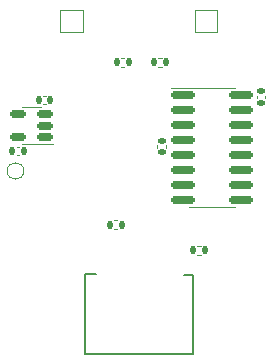
<source format=gbr>
%TF.GenerationSoftware,KiCad,Pcbnew,8.0.3*%
%TF.CreationDate,2024-07-13T10:44:47+10:00*%
%TF.ProjectId,EC Debug,45432044-6562-4756-972e-6b696361645f,rev?*%
%TF.SameCoordinates,Original*%
%TF.FileFunction,Legend,Top*%
%TF.FilePolarity,Positive*%
%FSLAX46Y46*%
G04 Gerber Fmt 4.6, Leading zero omitted, Abs format (unit mm)*
G04 Created by KiCad (PCBNEW 8.0.3) date 2024-07-13 10:44:47*
%MOMM*%
%LPD*%
G01*
G04 APERTURE LIST*
G04 Aperture macros list*
%AMRoundRect*
0 Rectangle with rounded corners*
0 $1 Rounding radius*
0 $2 $3 $4 $5 $6 $7 $8 $9 X,Y pos of 4 corners*
0 Add a 4 corners polygon primitive as box body*
4,1,4,$2,$3,$4,$5,$6,$7,$8,$9,$2,$3,0*
0 Add four circle primitives for the rounded corners*
1,1,$1+$1,$2,$3*
1,1,$1+$1,$4,$5*
1,1,$1+$1,$6,$7*
1,1,$1+$1,$8,$9*
0 Add four rect primitives between the rounded corners*
20,1,$1+$1,$2,$3,$4,$5,0*
20,1,$1+$1,$4,$5,$6,$7,0*
20,1,$1+$1,$6,$7,$8,$9,0*
20,1,$1+$1,$8,$9,$2,$3,0*%
G04 Aperture macros list end*
%ADD10C,0.200000*%
%ADD11C,0.120000*%
%ADD12O,1.000000X1.800000*%
%ADD13O,1.000000X2.200000*%
%ADD14R,0.600000X1.100000*%
%ADD15R,0.300000X1.100000*%
%ADD16RoundRect,0.135000X-0.135000X-0.185000X0.135000X-0.185000X0.135000X0.185000X-0.135000X0.185000X0*%
%ADD17RoundRect,0.140000X-0.170000X0.140000X-0.170000X-0.140000X0.170000X-0.140000X0.170000X0.140000X0*%
%ADD18R,0.300000X1.000000*%
%ADD19R,0.700000X1.150000*%
%ADD20RoundRect,0.135000X0.135000X0.185000X-0.135000X0.185000X-0.135000X-0.185000X0.135000X-0.185000X0*%
%ADD21C,1.000000*%
%ADD22C,2.200000*%
%ADD23RoundRect,0.150000X0.512500X0.150000X-0.512500X0.150000X-0.512500X-0.150000X0.512500X-0.150000X0*%
%ADD24RoundRect,0.140000X0.140000X0.170000X-0.140000X0.170000X-0.140000X-0.170000X0.140000X-0.170000X0*%
%ADD25RoundRect,0.140000X-0.140000X-0.170000X0.140000X-0.170000X0.140000X0.170000X-0.140000X0.170000X0*%
%ADD26RoundRect,0.150000X-0.825000X-0.150000X0.825000X-0.150000X0.825000X0.150000X-0.825000X0.150000X0*%
%ADD27R,1.500000X1.500000*%
G04 APERTURE END LIST*
D10*
%TO.C,J2*%
X20440000Y22370000D02*
X21340000Y22370000D01*
X20440000Y15600000D02*
X20440000Y22370000D01*
X28820000Y22300000D02*
X29580000Y22300000D01*
X29580000Y22300000D02*
X29580000Y15600000D01*
X29580000Y15600000D02*
X20440000Y15600000D01*
D11*
%TO.C,R4*%
X23466359Y40710000D02*
X23773641Y40710000D01*
X23466359Y39950000D02*
X23773641Y39950000D01*
%TO.C,C2*%
X34975000Y37492836D02*
X34975000Y37277164D01*
X35695000Y37492836D02*
X35695000Y37277164D01*
%TO.C,R1*%
X22876359Y26930000D02*
X23183641Y26930000D01*
X22876359Y26170000D02*
X23183641Y26170000D01*
%TO.C,R3*%
X26943641Y40710000D02*
X26636359Y40710000D01*
X26943641Y39950000D02*
X26636359Y39950000D01*
%TO.C,C4*%
X26560000Y33267836D02*
X26560000Y33052164D01*
X27280000Y33267836D02*
X27280000Y33052164D01*
%TO.C,TP5*%
X15250000Y31110000D02*
G75*
G02*
X13850000Y31110000I-700000J0D01*
G01*
X13850000Y31110000D02*
G75*
G02*
X15250000Y31110000I700000J0D01*
G01*
%TO.C,U1*%
X15890000Y36510000D02*
X15090000Y36510000D01*
X15890000Y36510000D02*
X16690000Y36510000D01*
X15890000Y33390000D02*
X15090000Y33390000D01*
X15890000Y33390000D02*
X17690000Y33390000D01*
%TO.C,C1*%
X17137836Y37470000D02*
X16922164Y37470000D01*
X17137836Y36750000D02*
X16922164Y36750000D01*
%TO.C,C3*%
X14642164Y33150000D02*
X14857836Y33150000D01*
X14642164Y32430000D02*
X14857836Y32430000D01*
%TO.C,U2*%
X31175000Y38155000D02*
X27725000Y38155000D01*
X31175000Y38155000D02*
X33125000Y38155000D01*
X31175000Y28035000D02*
X29225000Y28035000D01*
X31175000Y28035000D02*
X33125000Y28035000D01*
%TO.C,TP1*%
X18350000Y44770000D02*
X20250000Y44770000D01*
X18350000Y42870000D02*
X18350000Y44770000D01*
X20250000Y44770000D02*
X20250000Y42870000D01*
X20250000Y42870000D02*
X18350000Y42870000D01*
%TO.C,TP3*%
X29750000Y44770000D02*
X31650000Y44770000D01*
X29750000Y42870000D02*
X29750000Y44770000D01*
X31650000Y44770000D02*
X31650000Y42870000D01*
X31650000Y42870000D02*
X29750000Y42870000D01*
%TO.C,R2*%
X30263641Y24760000D02*
X29956359Y24760000D01*
X30263641Y24000000D02*
X29956359Y24000000D01*
%TD*%
%LPC*%
D12*
%TO.C,J2*%
X19380000Y21890000D03*
D13*
X19380000Y17890000D03*
D12*
X30620000Y21890000D03*
D13*
X30620000Y17890000D03*
D14*
X21800000Y23050000D03*
X22600000Y23050000D03*
D15*
X23750000Y23050000D03*
X24750000Y23050000D03*
X25250000Y23050000D03*
X26250000Y23050000D03*
D14*
X28200000Y23050000D03*
X27400000Y23050000D03*
D15*
X26750000Y23050000D03*
X25750000Y23050000D03*
X24250000Y23050000D03*
X23250000Y23050000D03*
%TD*%
D16*
%TO.C,R4*%
X23110000Y40330000D03*
X24130000Y40330000D03*
%TD*%
D17*
%TO.C,C2*%
X35335000Y37865000D03*
X35335000Y36905000D03*
%TD*%
D18*
%TO.C,P1*%
X22250000Y42780000D03*
X22750000Y42780000D03*
X23250000Y42780000D03*
X23750000Y42780000D03*
X24250000Y42780000D03*
X24750000Y42780000D03*
X25250000Y42780000D03*
X25750000Y42780000D03*
X26250000Y42780000D03*
X26750000Y42780000D03*
X27250000Y42780000D03*
X27750000Y42780000D03*
D19*
X21580000Y41940000D03*
%TD*%
D16*
%TO.C,R1*%
X22520000Y26550000D03*
X23540000Y26550000D03*
%TD*%
D20*
%TO.C,R3*%
X27300000Y40330000D03*
X26280000Y40330000D03*
%TD*%
D17*
%TO.C,C4*%
X26920000Y33640000D03*
X26920000Y32680000D03*
%TD*%
D21*
%TO.C,TP5*%
X14550000Y31110000D03*
%TD*%
D22*
%TO.C,H1*%
X13700000Y25320000D03*
%TD*%
D23*
%TO.C,U1*%
X17027500Y34000000D03*
X17027500Y34950000D03*
X17027500Y35900000D03*
X14752500Y35900000D03*
X14752500Y34000000D03*
%TD*%
D24*
%TO.C,C1*%
X17510000Y37110000D03*
X16550000Y37110000D03*
%TD*%
D25*
%TO.C,C3*%
X14270000Y32790000D03*
X15230000Y32790000D03*
%TD*%
D26*
%TO.C,U2*%
X28700000Y37540000D03*
X28700000Y36270000D03*
X28700000Y35000000D03*
X28700000Y33730000D03*
X28700000Y32460000D03*
X28700000Y31190000D03*
X28700000Y29920000D03*
X28700000Y28650000D03*
X33650000Y28650000D03*
X33650000Y29920000D03*
X33650000Y31190000D03*
X33650000Y32460000D03*
X33650000Y33730000D03*
X33650000Y35000000D03*
X33650000Y36270000D03*
X33650000Y37540000D03*
%TD*%
D27*
%TO.C,TP1*%
X19300000Y43820000D03*
%TD*%
D22*
%TO.C,H2*%
X36300000Y25320000D03*
%TD*%
D27*
%TO.C,TP3*%
X30700000Y43820000D03*
%TD*%
D20*
%TO.C,R2*%
X30620000Y24380000D03*
X29600000Y24380000D03*
%TD*%
%LPD*%
M02*

</source>
